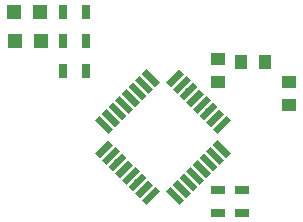
<source format=gbr>
G04 #@! TF.GenerationSoftware,KiCad,Pcbnew,5.1.4-e60b266~84~ubuntu18.04.1*
G04 #@! TF.CreationDate,2019-12-14T18:51:20-05:00*
G04 #@! TF.ProjectId,dashboard_MKV_ewan,64617368-626f-4617-9264-5f4d4b565f65,rev?*
G04 #@! TF.SameCoordinates,Original*
G04 #@! TF.FileFunction,Paste,Bot*
G04 #@! TF.FilePolarity,Positive*
%FSLAX46Y46*%
G04 Gerber Fmt 4.6, Leading zero omitted, Abs format (unit mm)*
G04 Created by KiCad (PCBNEW 5.1.4-e60b266~84~ubuntu18.04.1) date 2019-12-14 18:51:20*
%MOMM*%
%LPD*%
G04 APERTURE LIST*
%ADD10R,0.700000X1.300000*%
%ADD11R,1.250000X1.000000*%
%ADD12R,1.000000X1.250000*%
%ADD13R,1.200000X1.200000*%
%ADD14R,1.300000X0.700000*%
%ADD15C,0.550000*%
%ADD16C,0.100000*%
G04 APERTURE END LIST*
D10*
X205552000Y-73533000D03*
X207452000Y-73533000D03*
D11*
X218643200Y-72507600D03*
X218643200Y-74507600D03*
D12*
X222615000Y-72771000D03*
X220615000Y-72771000D03*
D11*
X224663000Y-76438000D03*
X224663000Y-74438000D03*
D13*
X201465000Y-70993000D03*
X203665000Y-70993000D03*
X203622000Y-68580000D03*
X201422000Y-68580000D03*
D10*
X205552000Y-70993000D03*
X207452000Y-70993000D03*
X207452000Y-68580000D03*
X205552000Y-68580000D03*
D14*
X218694000Y-83632000D03*
X218694000Y-85532000D03*
X220726000Y-85532000D03*
X220726000Y-83632000D03*
D15*
X215020305Y-74135897D03*
D16*
G36*
X215391536Y-73375757D02*
G01*
X215780445Y-73764666D01*
X214649074Y-74896037D01*
X214260165Y-74507128D01*
X215391536Y-73375757D01*
X215391536Y-73375757D01*
G37*
D15*
X215585990Y-74701583D03*
D16*
G36*
X215957221Y-73941443D02*
G01*
X216346130Y-74330352D01*
X215214759Y-75461723D01*
X214825850Y-75072814D01*
X215957221Y-73941443D01*
X215957221Y-73941443D01*
G37*
D15*
X216151676Y-75267268D03*
D16*
G36*
X216522907Y-74507128D02*
G01*
X216911816Y-74896037D01*
X215780445Y-76027408D01*
X215391536Y-75638499D01*
X216522907Y-74507128D01*
X216522907Y-74507128D01*
G37*
D15*
X216717361Y-75832953D03*
D16*
G36*
X217088592Y-75072813D02*
G01*
X217477501Y-75461722D01*
X216346130Y-76593093D01*
X215957221Y-76204184D01*
X217088592Y-75072813D01*
X217088592Y-75072813D01*
G37*
D15*
X217283047Y-76398639D03*
D16*
G36*
X217654278Y-75638499D02*
G01*
X218043187Y-76027408D01*
X216911816Y-77158779D01*
X216522907Y-76769870D01*
X217654278Y-75638499D01*
X217654278Y-75638499D01*
G37*
D15*
X217848732Y-76964324D03*
D16*
G36*
X218219963Y-76204184D02*
G01*
X218608872Y-76593093D01*
X217477501Y-77724464D01*
X217088592Y-77335555D01*
X218219963Y-76204184D01*
X218219963Y-76204184D01*
G37*
D15*
X218414417Y-77530010D03*
D16*
G36*
X218785648Y-76769870D02*
G01*
X219174557Y-77158779D01*
X218043186Y-78290150D01*
X217654277Y-77901241D01*
X218785648Y-76769870D01*
X218785648Y-76769870D01*
G37*
D15*
X218980103Y-78095695D03*
D16*
G36*
X219351334Y-77335555D02*
G01*
X219740243Y-77724464D01*
X218608872Y-78855835D01*
X218219963Y-78466926D01*
X219351334Y-77335555D01*
X219351334Y-77335555D01*
G37*
D15*
X218980103Y-80146305D03*
D16*
G36*
X219740243Y-80517536D02*
G01*
X219351334Y-80906445D01*
X218219963Y-79775074D01*
X218608872Y-79386165D01*
X219740243Y-80517536D01*
X219740243Y-80517536D01*
G37*
D15*
X218414417Y-80711990D03*
D16*
G36*
X219174557Y-81083221D02*
G01*
X218785648Y-81472130D01*
X217654277Y-80340759D01*
X218043186Y-79951850D01*
X219174557Y-81083221D01*
X219174557Y-81083221D01*
G37*
D15*
X217848732Y-81277676D03*
D16*
G36*
X218608872Y-81648907D02*
G01*
X218219963Y-82037816D01*
X217088592Y-80906445D01*
X217477501Y-80517536D01*
X218608872Y-81648907D01*
X218608872Y-81648907D01*
G37*
D15*
X217283047Y-81843361D03*
D16*
G36*
X218043187Y-82214592D02*
G01*
X217654278Y-82603501D01*
X216522907Y-81472130D01*
X216911816Y-81083221D01*
X218043187Y-82214592D01*
X218043187Y-82214592D01*
G37*
D15*
X216717361Y-82409047D03*
D16*
G36*
X217477501Y-82780278D02*
G01*
X217088592Y-83169187D01*
X215957221Y-82037816D01*
X216346130Y-81648907D01*
X217477501Y-82780278D01*
X217477501Y-82780278D01*
G37*
D15*
X216151676Y-82974732D03*
D16*
G36*
X216911816Y-83345963D02*
G01*
X216522907Y-83734872D01*
X215391536Y-82603501D01*
X215780445Y-82214592D01*
X216911816Y-83345963D01*
X216911816Y-83345963D01*
G37*
D15*
X215585990Y-83540417D03*
D16*
G36*
X216346130Y-83911648D02*
G01*
X215957221Y-84300557D01*
X214825850Y-83169186D01*
X215214759Y-82780277D01*
X216346130Y-83911648D01*
X216346130Y-83911648D01*
G37*
D15*
X215020305Y-84106103D03*
D16*
G36*
X215780445Y-84477334D02*
G01*
X215391536Y-84866243D01*
X214260165Y-83734872D01*
X214649074Y-83345963D01*
X215780445Y-84477334D01*
X215780445Y-84477334D01*
G37*
D15*
X212969695Y-84106103D03*
D16*
G36*
X213340926Y-83345963D02*
G01*
X213729835Y-83734872D01*
X212598464Y-84866243D01*
X212209555Y-84477334D01*
X213340926Y-83345963D01*
X213340926Y-83345963D01*
G37*
D15*
X212404010Y-83540417D03*
D16*
G36*
X212775241Y-82780277D02*
G01*
X213164150Y-83169186D01*
X212032779Y-84300557D01*
X211643870Y-83911648D01*
X212775241Y-82780277D01*
X212775241Y-82780277D01*
G37*
D15*
X211838324Y-82974732D03*
D16*
G36*
X212209555Y-82214592D02*
G01*
X212598464Y-82603501D01*
X211467093Y-83734872D01*
X211078184Y-83345963D01*
X212209555Y-82214592D01*
X212209555Y-82214592D01*
G37*
D15*
X211272639Y-82409047D03*
D16*
G36*
X211643870Y-81648907D02*
G01*
X212032779Y-82037816D01*
X210901408Y-83169187D01*
X210512499Y-82780278D01*
X211643870Y-81648907D01*
X211643870Y-81648907D01*
G37*
D15*
X210706953Y-81843361D03*
D16*
G36*
X211078184Y-81083221D02*
G01*
X211467093Y-81472130D01*
X210335722Y-82603501D01*
X209946813Y-82214592D01*
X211078184Y-81083221D01*
X211078184Y-81083221D01*
G37*
D15*
X210141268Y-81277676D03*
D16*
G36*
X210512499Y-80517536D02*
G01*
X210901408Y-80906445D01*
X209770037Y-82037816D01*
X209381128Y-81648907D01*
X210512499Y-80517536D01*
X210512499Y-80517536D01*
G37*
D15*
X209575583Y-80711990D03*
D16*
G36*
X209946814Y-79951850D02*
G01*
X210335723Y-80340759D01*
X209204352Y-81472130D01*
X208815443Y-81083221D01*
X209946814Y-79951850D01*
X209946814Y-79951850D01*
G37*
D15*
X209009897Y-80146305D03*
D16*
G36*
X209381128Y-79386165D02*
G01*
X209770037Y-79775074D01*
X208638666Y-80906445D01*
X208249757Y-80517536D01*
X209381128Y-79386165D01*
X209381128Y-79386165D01*
G37*
D15*
X209009897Y-78095695D03*
D16*
G36*
X209770037Y-78466926D02*
G01*
X209381128Y-78855835D01*
X208249757Y-77724464D01*
X208638666Y-77335555D01*
X209770037Y-78466926D01*
X209770037Y-78466926D01*
G37*
D15*
X209575583Y-77530010D03*
D16*
G36*
X210335723Y-77901241D02*
G01*
X209946814Y-78290150D01*
X208815443Y-77158779D01*
X209204352Y-76769870D01*
X210335723Y-77901241D01*
X210335723Y-77901241D01*
G37*
D15*
X210141268Y-76964324D03*
D16*
G36*
X210901408Y-77335555D02*
G01*
X210512499Y-77724464D01*
X209381128Y-76593093D01*
X209770037Y-76204184D01*
X210901408Y-77335555D01*
X210901408Y-77335555D01*
G37*
D15*
X210706953Y-76398639D03*
D16*
G36*
X211467093Y-76769870D02*
G01*
X211078184Y-77158779D01*
X209946813Y-76027408D01*
X210335722Y-75638499D01*
X211467093Y-76769870D01*
X211467093Y-76769870D01*
G37*
D15*
X211272639Y-75832953D03*
D16*
G36*
X212032779Y-76204184D02*
G01*
X211643870Y-76593093D01*
X210512499Y-75461722D01*
X210901408Y-75072813D01*
X212032779Y-76204184D01*
X212032779Y-76204184D01*
G37*
D15*
X211838324Y-75267268D03*
D16*
G36*
X212598464Y-75638499D02*
G01*
X212209555Y-76027408D01*
X211078184Y-74896037D01*
X211467093Y-74507128D01*
X212598464Y-75638499D01*
X212598464Y-75638499D01*
G37*
D15*
X212404010Y-74701583D03*
D16*
G36*
X213164150Y-75072814D02*
G01*
X212775241Y-75461723D01*
X211643870Y-74330352D01*
X212032779Y-73941443D01*
X213164150Y-75072814D01*
X213164150Y-75072814D01*
G37*
D15*
X212969695Y-74135897D03*
D16*
G36*
X213729835Y-74507128D02*
G01*
X213340926Y-74896037D01*
X212209555Y-73764666D01*
X212598464Y-73375757D01*
X213729835Y-74507128D01*
X213729835Y-74507128D01*
G37*
M02*

</source>
